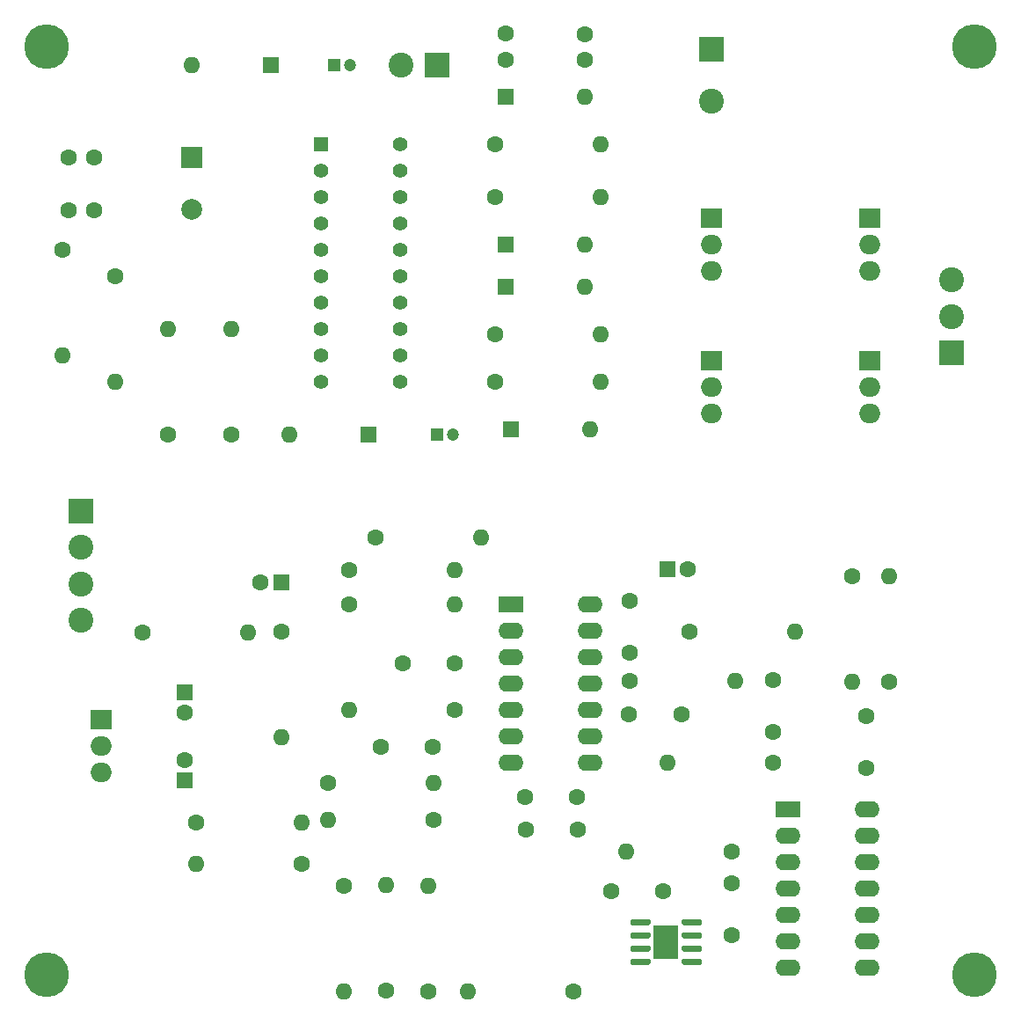
<source format=gts>
G04 #@! TF.GenerationSoftware,KiCad,Pcbnew,(5.1.10-1-10_14)*
G04 #@! TF.CreationDate,2021-09-13T20:56:39+12:00*
G04 #@! TF.ProjectId,joint_pcb,6a6f696e-745f-4706-9362-2e6b69636164,rev?*
G04 #@! TF.SameCoordinates,Original*
G04 #@! TF.FileFunction,Soldermask,Top*
G04 #@! TF.FilePolarity,Negative*
%FSLAX46Y46*%
G04 Gerber Fmt 4.6, Leading zero omitted, Abs format (unit mm)*
G04 Created by KiCad (PCBNEW (5.1.10-1-10_14)) date 2021-09-13 20:56:39*
%MOMM*%
%LPD*%
G01*
G04 APERTURE LIST*
%ADD10R,2.410000X3.300000*%
%ADD11C,1.600000*%
%ADD12R,1.600000X1.600000*%
%ADD13R,2.400000X1.600000*%
%ADD14O,2.400000X1.600000*%
%ADD15R,2.000000X1.905000*%
%ADD16O,2.000000X1.905000*%
%ADD17O,1.600000X1.600000*%
%ADD18C,4.300000*%
%ADD19C,2.400000*%
%ADD20R,2.400000X2.400000*%
%ADD21C,1.200000*%
%ADD22R,1.200000X1.200000*%
%ADD23C,2.000000*%
%ADD24R,2.000000X2.000000*%
%ADD25C,1.422400*%
%ADD26R,1.422400X1.422400*%
G04 APERTURE END LIST*
D10*
X117297200Y-136448800D03*
G36*
G01*
X118797200Y-134693800D02*
X118797200Y-134393800D01*
G75*
G02*
X118947200Y-134243800I150000J0D01*
G01*
X120597200Y-134243800D01*
G75*
G02*
X120747200Y-134393800I0J-150000D01*
G01*
X120747200Y-134693800D01*
G75*
G02*
X120597200Y-134843800I-150000J0D01*
G01*
X118947200Y-134843800D01*
G75*
G02*
X118797200Y-134693800I0J150000D01*
G01*
G37*
G36*
G01*
X118797200Y-135963800D02*
X118797200Y-135663800D01*
G75*
G02*
X118947200Y-135513800I150000J0D01*
G01*
X120597200Y-135513800D01*
G75*
G02*
X120747200Y-135663800I0J-150000D01*
G01*
X120747200Y-135963800D01*
G75*
G02*
X120597200Y-136113800I-150000J0D01*
G01*
X118947200Y-136113800D01*
G75*
G02*
X118797200Y-135963800I0J150000D01*
G01*
G37*
G36*
G01*
X118797200Y-137233800D02*
X118797200Y-136933800D01*
G75*
G02*
X118947200Y-136783800I150000J0D01*
G01*
X120597200Y-136783800D01*
G75*
G02*
X120747200Y-136933800I0J-150000D01*
G01*
X120747200Y-137233800D01*
G75*
G02*
X120597200Y-137383800I-150000J0D01*
G01*
X118947200Y-137383800D01*
G75*
G02*
X118797200Y-137233800I0J150000D01*
G01*
G37*
G36*
G01*
X118797200Y-138503800D02*
X118797200Y-138203800D01*
G75*
G02*
X118947200Y-138053800I150000J0D01*
G01*
X120597200Y-138053800D01*
G75*
G02*
X120747200Y-138203800I0J-150000D01*
G01*
X120747200Y-138503800D01*
G75*
G02*
X120597200Y-138653800I-150000J0D01*
G01*
X118947200Y-138653800D01*
G75*
G02*
X118797200Y-138503800I0J150000D01*
G01*
G37*
G36*
G01*
X113847200Y-138503800D02*
X113847200Y-138203800D01*
G75*
G02*
X113997200Y-138053800I150000J0D01*
G01*
X115647200Y-138053800D01*
G75*
G02*
X115797200Y-138203800I0J-150000D01*
G01*
X115797200Y-138503800D01*
G75*
G02*
X115647200Y-138653800I-150000J0D01*
G01*
X113997200Y-138653800D01*
G75*
G02*
X113847200Y-138503800I0J150000D01*
G01*
G37*
G36*
G01*
X113847200Y-137233800D02*
X113847200Y-136933800D01*
G75*
G02*
X113997200Y-136783800I150000J0D01*
G01*
X115647200Y-136783800D01*
G75*
G02*
X115797200Y-136933800I0J-150000D01*
G01*
X115797200Y-137233800D01*
G75*
G02*
X115647200Y-137383800I-150000J0D01*
G01*
X113997200Y-137383800D01*
G75*
G02*
X113847200Y-137233800I0J150000D01*
G01*
G37*
G36*
G01*
X113847200Y-135963800D02*
X113847200Y-135663800D01*
G75*
G02*
X113997200Y-135513800I150000J0D01*
G01*
X115647200Y-135513800D01*
G75*
G02*
X115797200Y-135663800I0J-150000D01*
G01*
X115797200Y-135963800D01*
G75*
G02*
X115647200Y-136113800I-150000J0D01*
G01*
X113997200Y-136113800D01*
G75*
G02*
X113847200Y-135963800I0J150000D01*
G01*
G37*
G36*
G01*
X113847200Y-134693800D02*
X113847200Y-134393800D01*
G75*
G02*
X113997200Y-134243800I150000J0D01*
G01*
X115647200Y-134243800D01*
G75*
G02*
X115797200Y-134393800I0J-150000D01*
G01*
X115797200Y-134693800D01*
G75*
G02*
X115647200Y-134843800I-150000J0D01*
G01*
X113997200Y-134843800D01*
G75*
G02*
X113847200Y-134693800I0J150000D01*
G01*
G37*
D11*
X89839800Y-117678200D03*
X94839800Y-117678200D03*
X103759000Y-125653800D03*
X108759000Y-125653800D03*
X127584200Y-116205000D03*
X127584200Y-111205000D03*
D12*
X80264000Y-101854000D03*
D11*
X78264000Y-101854000D03*
X119398800Y-100533200D03*
D12*
X117398800Y-100533200D03*
X70942200Y-112395000D03*
D11*
X70942200Y-114395000D03*
X70942200Y-118929400D03*
D12*
X70942200Y-120929400D03*
D11*
X136550400Y-119731800D03*
X136550400Y-114731800D03*
D13*
X129006600Y-123723400D03*
D14*
X136626600Y-138963400D03*
X129006600Y-126263400D03*
X136626600Y-136423400D03*
X129006600Y-128803400D03*
X136626600Y-133883400D03*
X129006600Y-131343400D03*
X136626600Y-131343400D03*
X129006600Y-133883400D03*
X136626600Y-128803400D03*
X129006600Y-136423400D03*
X136626600Y-126263400D03*
X129006600Y-138963400D03*
X136626600Y-123723400D03*
X110007400Y-103962200D03*
X102387400Y-119202200D03*
X110007400Y-106502200D03*
X102387400Y-116662200D03*
X110007400Y-109042200D03*
X102387400Y-114122200D03*
X110007400Y-111582200D03*
X102387400Y-111582200D03*
X110007400Y-114122200D03*
X102387400Y-109042200D03*
X110007400Y-116662200D03*
X102387400Y-106502200D03*
X110007400Y-119202200D03*
D13*
X102387400Y-103962200D03*
D15*
X62865000Y-115036600D03*
D16*
X62865000Y-117576600D03*
X62865000Y-120116600D03*
D17*
X129717800Y-106553000D03*
D11*
X119557800Y-106553000D03*
D17*
X99441000Y-97510600D03*
D11*
X89281000Y-97510600D03*
D17*
X96951800Y-100660200D03*
D11*
X86791800Y-100660200D03*
X86741000Y-103962200D03*
D17*
X96901000Y-103962200D03*
D11*
X113817400Y-111328200D03*
D17*
X123977400Y-111328200D03*
D11*
X103737400Y-122504200D03*
X108737400Y-122504200D03*
X113745000Y-114528600D03*
X118745000Y-114528600D03*
X113817400Y-103657400D03*
X113817400Y-108657400D03*
X123596400Y-135788400D03*
X123596400Y-130788400D03*
D17*
X77063600Y-106629200D03*
D11*
X66903600Y-106629200D03*
X96901000Y-114122200D03*
D17*
X86741000Y-114122200D03*
D11*
X80238600Y-106553000D03*
D17*
X80238600Y-116713000D03*
X138734800Y-101269800D03*
D11*
X138734800Y-111429800D03*
D17*
X94869000Y-121132600D03*
D11*
X84709000Y-121132600D03*
X94869000Y-124663200D03*
D17*
X84709000Y-124663200D03*
D11*
X127584200Y-119202200D03*
D17*
X117424200Y-119202200D03*
X135229600Y-111429800D03*
D11*
X135229600Y-101269800D03*
X123596400Y-127762000D03*
D17*
X113436400Y-127762000D03*
D11*
X94411800Y-141198600D03*
D17*
X94411800Y-131038600D03*
X98196400Y-141198600D03*
D11*
X108356400Y-141198600D03*
D17*
X86233000Y-141173200D03*
D11*
X86233000Y-131013200D03*
X90347800Y-141147800D03*
D17*
X90347800Y-130987800D03*
X82228001Y-124994401D03*
D11*
X72068001Y-124994401D03*
X82219800Y-128955800D03*
D17*
X72059800Y-128955800D03*
D11*
X96951800Y-109601000D03*
X91951800Y-109601000D03*
X117014000Y-131521200D03*
X112014000Y-131521200D03*
D18*
X146964400Y-50241200D03*
D19*
X60934600Y-105496000D03*
X60934600Y-101996000D03*
X60934600Y-98496000D03*
D20*
X60934600Y-94996000D03*
D18*
X57658000Y-50241200D03*
X57658000Y-139598400D03*
X146964400Y-139598400D03*
D19*
X91750000Y-52070000D03*
D20*
X95250000Y-52070000D03*
D19*
X144780000Y-72756000D03*
X144780000Y-76256000D03*
D20*
X144780000Y-79756000D03*
D17*
X110998000Y-82550000D03*
D11*
X100838000Y-82550000D03*
D17*
X110998000Y-77978000D03*
D11*
X100838000Y-77978000D03*
D17*
X110998000Y-64770000D03*
D11*
X100838000Y-64770000D03*
D17*
X110998000Y-59690000D03*
D11*
X100838000Y-59690000D03*
D17*
X69342000Y-77470000D03*
D11*
X69342000Y-87630000D03*
D17*
X75438000Y-77470000D03*
D11*
X75438000Y-87630000D03*
D17*
X64262000Y-82550000D03*
D11*
X64262000Y-72390000D03*
D17*
X59182000Y-80010000D03*
D11*
X59182000Y-69850000D03*
D16*
X136906000Y-85598000D03*
X136906000Y-83058000D03*
D15*
X136906000Y-80518000D03*
D16*
X136906000Y-71882000D03*
X136906000Y-69342000D03*
D15*
X136906000Y-66802000D03*
D16*
X121666000Y-85598000D03*
X121666000Y-83058000D03*
D15*
X121666000Y-80518000D03*
D16*
X121666000Y-71882000D03*
X121666000Y-69342000D03*
D15*
X121666000Y-66802000D03*
D17*
X109982000Y-87122000D03*
D12*
X102362000Y-87122000D03*
D17*
X109474000Y-73406000D03*
D12*
X101854000Y-73406000D03*
D17*
X109474000Y-69342000D03*
D12*
X101854000Y-69342000D03*
D17*
X109474000Y-55118000D03*
D12*
X101854000Y-55118000D03*
D17*
X71628000Y-52070000D03*
D12*
X79248000Y-52070000D03*
D17*
X81026000Y-87630000D03*
D12*
X88646000Y-87630000D03*
D11*
X109474000Y-49062000D03*
X109474000Y-51562000D03*
X101854000Y-49022000D03*
X101854000Y-51522000D03*
D19*
X121666000Y-55546000D03*
D20*
X121666000Y-50546000D03*
D21*
X86868000Y-52070000D03*
D22*
X85368000Y-52070000D03*
D21*
X96750000Y-87630000D03*
D22*
X95250000Y-87630000D03*
D23*
X71628000Y-65960000D03*
D24*
X71628000Y-60960000D03*
D11*
X59730000Y-60960000D03*
X62230000Y-60960000D03*
X59730000Y-66040000D03*
X62230000Y-66040000D03*
D25*
X91694000Y-59690000D03*
X91694000Y-62230000D03*
X91694000Y-64770000D03*
X91694000Y-67310000D03*
X91694000Y-69850000D03*
X91694000Y-72390000D03*
X91694000Y-74930000D03*
X91694000Y-77470000D03*
X91694000Y-80010000D03*
X91694000Y-82550000D03*
X84074000Y-82550000D03*
X84074000Y-80010000D03*
X84074000Y-77470000D03*
X84074000Y-74930000D03*
X84074000Y-72390000D03*
X84074000Y-69850000D03*
X84074000Y-67310000D03*
X84074000Y-64770000D03*
X84074000Y-62230000D03*
D26*
X84074000Y-59690000D03*
M02*

</source>
